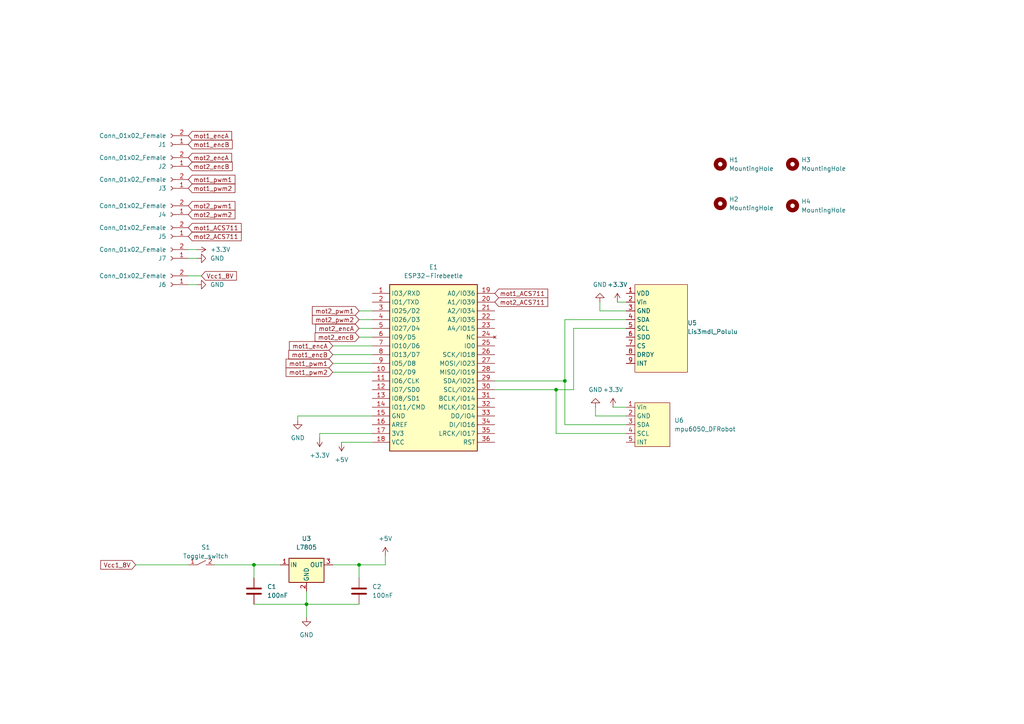
<source format=kicad_sch>
(kicad_sch (version 20231120) (generator "eeschema") (generator_version "8.0")
  (paper "A4")
  (title_block (title "Projekt obwodu drukowanego nr1") (rev "Wojciech Babicki"))
  (lib_symbols
    (symbol "Connector:Conn_01x02_Female" (pin_names (offset 1.016) hide)
      (property "Reference" "J" (at 0 2.54 0))
      (property "Value" "Conn_01x02_Female" (at 0 -5.08 0))
      (symbol "Conn_01x02_Female_1_1"
        (arc (start 0 -2.032) (mid -0.5058 -2.54) (end 0 -3.048) (stroke (width 0.1524)))
        (polyline (pts (xy -1.27 -2.54) (xy -0.508 -2.54)) (stroke (width 0.1524)))
        (polyline (pts (xy -1.27 0) (xy -0.508 0)) (stroke (width 0.1524)))
        (arc (start 0 0.508) (mid -0.5058 0) (end 0 -0.508) (stroke (width 0.1524)))
        (pin passive line (at -5.08 0 0) (length 3.81) (name "Pin_1") (number "1"))
        (pin passive line (at -5.08 -2.54 0) (length 3.81) (name "Pin_2") (number "2"))
      )
    )
    (symbol "Device:C" (pin_numbers hide) (pin_names (offset 0.254))
      (property "Reference" "C" (at 0.635 2.54 0))
      (property "Value" "C" (at 0.635 -2.54 0))
      (symbol "C_0_1"
        (polyline (pts (xy -2.032 -0.762) (xy 2.032 -0.762)) (stroke (width 0.508)))
        (polyline (pts (xy -2.032 0.762) (xy 2.032 0.762)) (stroke (width 0.508)))
      )
      (symbol "C_1_1"
        (pin passive line (at 0 3.81 270) (length 2.794) (name "~") (number "1"))
        (pin passive line (at 0 -3.81 90) (length 2.794) (name "~") (number "2"))
      )
    )
    (symbol "Mechanical:MountingHole" (pin_names (offset 1.016))
      (property "Reference" "H" (at 0 5.08 0))
      (property "Value" "MountingHole" (at 0 3.175 0))
      (symbol "MountingHole_0_1"
        (circle (center 0 0) (radius 1.27) (stroke (width 1.27)))
      )
    )
    (symbol "Regulator_Linear:L7805" (pin_names (offset 0.254))
      (property "Reference" "U" (at -3.81 3.175 0))
      (property "Value" "L7805" (at 0 3.175 0))
      (symbol "L7805_0_1"
        (rectangle (start -5.08 1.905) (end 5.08 -5.08) (stroke (width 0.254)) (fill (type background)))
      )
      (symbol "L7805_1_1"
        (pin power_in line (at -7.62 0 0) (length 2.54) (name "IN") (number "1"))
        (pin power_in line (at 0 -7.62 90) (length 2.54) (name "GND") (number "2"))
        (pin power_out line (at 7.62 0 180) (length 2.54) (name "OUT") (number "3"))
      )
    )
    (symbol "mojaBiblioteka1:ESP32-Firebeetle"
      (property "Reference" "E?" (at 0 0 0))
      (property "Value" "ESP32-Firebeetle" (at 0 -2.54 0))
      (symbol "ESP32-Firebeetle_0_0"
        (pin passive line (at -17.78 -7.62 0) (length 5.08) (name "IO3/RXD") (number "1"))
        (pin passive line (at -17.78 -30.48 0) (length 5.08) (name "IO2/D9") (number "10"))
        (pin passive line (at -17.78 -33.02 0) (length 5.08) (name "IO6/CLK") (number "11"))
        (pin passive line (at -17.78 -35.56 0) (length 5.08) (name "IO7/SD0") (number "12"))
        (pin passive line (at -17.78 -38.1 0) (length 5.08) (name "IO8/SD1") (number "13"))
        (pin passive line (at -17.78 -40.64 0) (length 5.08) (name "IO11/CMD") (number "14"))
        (pin passive line (at -17.78 -43.18 0) (length 5.08) (name "GND") (number "15"))
        (pin passive line (at -17.78 -45.72 0) (length 5.08) (name "AREF") (number "16"))
        (pin passive line (at -17.78 -48.26 0) (length 5.08) (name "3V3") (number "17"))
        (pin passive line (at -17.78 -50.8 0) (length 5.08) (name "VCC") (number "18"))
        (pin passive line (at 17.78 -7.62 180) (length 5.08) (name "A0/IO36") (number "19"))
        (pin passive line (at -17.78 -10.16 0) (length 5.08) (name "IO1/TXD") (number "2"))
        (pin passive line (at 17.78 -10.16 180) (length 5.08) (name "A1/IO39") (number "20"))
        (pin passive line (at 17.78 -12.7 180) (length 5.08) (name "A2/IO34") (number "21"))
        (pin passive line (at 17.78 -15.24 180) (length 5.08) (name "A3/IO35") (number "22"))
        (pin passive line (at 17.78 -17.78 180) (length 5.08) (name "A4/IO15") (number "23"))
        (pin no_connect line (at 17.78 -20.32 180) (length 5.08) (name "NC") (number "24"))
        (pin passive line (at 17.78 -22.86 180) (length 5.08) (name "IO0") (number "25"))
        (pin passive line (at 17.78 -25.4 180) (length 5.08) (name "SCK/IO18") (number "26"))
        (pin passive line (at 17.78 -27.94 180) (length 5.08) (name "MOSI/IO23") (number "27"))
        (pin passive line (at 17.78 -30.48 180) (length 5.08) (name "MISO/IO19") (number "28"))
        (pin passive line (at 17.78 -33.02 180) (length 5.08) (name "SDA/IO21") (number "29"))
        (pin passive line (at -17.78 -12.7 0) (length 5.08) (name "IO25/D2") (number "3"))
        (pin passive line (at 17.78 -35.56 180) (length 5.08) (name "SCL/IO22") (number "30"))
        (pin passive line (at 17.78 -38.1 180) (length 5.08) (name "BCLK/IO14") (number "31"))
        (pin passive line (at 17.78 -40.64 180) (length 5.08) (name "MCLK/IO12") (number "32"))
        (pin passive line (at 17.78 -43.18 180) (length 5.08) (name "DO/IO4") (number "33"))
        (pin passive line (at 17.78 -45.72 180) (length 5.08) (name "DI/IO16") (number "34"))
        (pin passive line (at 17.78 -48.26 180) (length 5.08) (name "LRCK/IO17") (number "35"))
        (pin passive line (at 17.78 -50.8 180) (length 5.08) (name "RST") (number "36"))
        (pin passive line (at -17.78 -15.24 0) (length 5.08) (name "IO26/D3") (number "4"))
        (pin passive line (at -17.78 -17.78 0) (length 5.08) (name "IO27/D4") (number "5"))
        (pin passive line (at -17.78 -20.32 0) (length 5.08) (name "IO9/D5") (number "6"))
        (pin passive line (at -17.78 -22.86 0) (length 5.08) (name "IO10/D6") (number "7"))
        (pin passive line (at -17.78 -25.4 0) (length 5.08) (name "IO13/D7") (number "8"))
        (pin passive line (at -17.78 -27.94 0) (length 5.08) (name "IO5/D8") (number "9"))
      )
      (symbol "ESP32-Firebeetle_0_1"
        (rectangle (start -12.7 -5.08) (end 12.7 -53.34) (stroke (width 0.254)) (fill (type background)))
      )
    )
    (symbol "mojaBiblioteka1:Lis3mdl_Polulu"
      (property "Reference" "U6" (at 7.62 -13.6524 0))
      (property "Value" "Lis3mdl_Polulu" (at 7.62 -16.1924 0))
      (symbol "Lis3mdl_Polulu_0_1"
        (rectangle (start -7.62 -2.54) (end 7.62 -27.94) (fill (type background)))
      )
      (symbol "Lis3mdl_Polulu_1_1"
        (pin input line (at -10.16 -5.08 0) (length 2.54) (name "VDD") (number "1"))
        (pin input line (at -10.16 -7.62 0) (length 2.54) (name "Vin") (number "2"))
        (pin input line (at -10.16 -10.16 0) (length 2.54) (name "GND") (number "3"))
        (pin input line (at -10.16 -12.7 0) (length 2.54) (name "SDA") (number "4"))
        (pin input line (at -10.16 -15.24 0) (length 2.54) (name "SCL") (number "5"))
        (pin input line (at -10.16 -17.78 0) (length 2.54) (name "SDO") (number "6"))
        (pin input line (at -10.16 -20.32 0) (length 2.54) (name "CS") (number "7"))
        (pin input line (at -10.16 -22.86 0) (length 2.54) (name "DRDY") (number "8"))
        (pin input line (at -10.16 -25.4 0) (length 2.54) (name "INT") (number "9"))
      )
    )
    (symbol "mojaBiblioteka1:Toggle_switch"
      (property "Reference" "S1" (at 0 -2.54 0))
      (property "Value" "Toggle_switch" (at 0 -5.08 0))
      (symbol "Toggle_switch_0_1"
        (polyline (pts (xy -2.54 -7.62) (xy 0 -6.35)))
      )
      (symbol "Toggle_switch_1_1"
        (pin input line (at -5.08 -7.62 0) (length 2.54) (name "") (number "1"))
        (pin output line (at 2.54 -7.62 180) (length 2.54) (name "") (number "2"))
      )
    )
    (symbol "mojaBiblioteka1:mpu6050_DFRobot"
      (property "Reference" "U5" (at 5.715 -6.3499 0))
      (property "Value" "mpu6050_DFRobot" (at 5.715 -8.8899 0))
      (symbol "mpu6050_DFRobot_0_1"
        (rectangle (start -5.08 -1.27) (end 5.08 -13.97) (fill (type background)))
      )
      (symbol "mpu6050_DFRobot_1_1"
        (pin input line (at -7.62 -2.54 0) (length 2.54) (name "Vin") (number "1"))
        (pin input line (at -7.62 -5.08 0) (length 2.54) (name "GND") (number "2"))
        (pin bidirectional line (at -7.62 -7.62 0) (length 2.54) (name "SDA") (number "3"))
        (pin bidirectional line (at -7.62 -10.16 0) (length 2.54) (name "SCL") (number "4"))
        (pin output line (at -7.62 -12.7 0) (length 2.54) (name "INT") (number "5"))
      )
    )
    (symbol "power:+3.3V" (power) (pin_names (offset 0))
      (property "Value" "+3.3V" (at 0 3.556 0))
      (symbol "+3.3V_0_1"
        (polyline (pts (xy -0.762 1.27) (xy 0 2.54)))
        (polyline (pts (xy 0 0) (xy 0 2.54)))
        (polyline (pts (xy 0 2.54) (xy 0.762 1.27)))
      )
      (symbol "+3.3V_1_1"
        (pin power_in line (at 0 0 90) (length 0) hide (name "+3.3V") (number "1"))
      )
    )
    (symbol "power:+5V" (power) (pin_names (offset 0))
      (property "Value" "+5V" (at 0 3.556 0))
      (symbol "+5V_0_1"
        (polyline (pts (xy -0.762 1.27) (xy 0 2.54)))
        (polyline (pts (xy 0 0) (xy 0 2.54)))
        (polyline (pts (xy 0 2.54) (xy 0.762 1.27)))
      )
      (symbol "+5V_1_1"
        (pin power_in line (at 0 0 90) (length 0) hide (name "+5V") (number "1"))
      )
    )
    (symbol "power:GND" (power) (pin_names (offset 0))
      (property "Value" "GND" (at 0 -3.81 0))
      (symbol "GND_0_1"
        (polyline (pts (xy 0 0) (xy 0 -1.27) (xy 1.27 -1.27) (xy 0 -2.54) (xy -1.27 -1.27) (xy 0 -1.27)))
      )
      (symbol "GND_1_1"
        (pin power_in line (at 0 0 270) (length 0) hide (name "GND") (number "1"))
      )
    )
  )
  (junction (at 104.14 163.83))
  (junction (at 163.83 110.49))
  (junction (at 73.66 163.83))
  (junction (at 88.9 175.26))
  (junction (at 161.29 113.03))
  (wire (pts (xy 104.14 97.79) (xy 107.95 97.79)))
  (wire (pts (xy 86.36 120.65) (xy 86.36 121.92)))
  (wire (pts (xy 39.37 163.83) (xy 54.61 163.83)))
  (wire (pts (xy 96.52 100.33) (xy 107.95 100.33)))
  (wire (pts (xy 181.61 123.19) (xy 163.83 123.19)))
  (wire (pts (xy 99.06 128.27) (xy 107.95 128.27)))
  (wire (pts (xy 163.83 123.19) (xy 163.83 110.49)))
  (wire (pts (xy 92.71 125.73) (xy 92.71 127)))
  (wire (pts (xy 161.29 125.73) (xy 161.29 113.03)))
  (wire (pts (xy 73.66 163.83) (xy 73.66 167.64)))
  (wire (pts (xy 172.72 118.11) (xy 172.72 120.65)))
  (wire (pts (xy 96.52 107.95) (xy 107.95 107.95)))
  (wire (pts (xy 177.8 118.11) (xy 181.61 118.11)))
  (wire (pts (xy 88.9 171.45) (xy 88.9 175.26)))
  (wire (pts (xy 173.99 87.63) (xy 173.99 90.17)))
  (wire (pts (xy 104.14 92.71) (xy 107.95 92.71)))
  (wire (pts (xy 111.76 163.83) (xy 111.76 161.29)))
  (wire (pts (xy 73.66 175.26) (xy 88.9 175.26)))
  (wire (pts (xy 54.61 80.01) (xy 58.42 80.01)))
  (wire (pts (xy 88.9 175.26) (xy 88.9 179.07)))
  (wire (pts (xy 104.14 167.64) (xy 104.14 163.83)))
  (wire (pts (xy 173.99 90.17) (xy 181.61 90.17)))
  (wire (pts (xy 143.51 110.49) (xy 163.83 110.49)))
  (wire (pts (xy 73.66 163.83) (xy 81.28 163.83)))
  (wire (pts (xy 161.29 113.03) (xy 143.51 113.03)))
  (wire (pts (xy 104.14 95.25) (xy 107.95 95.25)))
  (wire (pts (xy 62.23 163.83) (xy 73.66 163.83)))
  (wire (pts (xy 179.07 87.63) (xy 181.61 87.63)))
  (wire (pts (xy 54.61 82.55) (xy 57.15 82.55)))
  (wire (pts (xy 104.14 163.83) (xy 96.52 163.83)))
  (wire (pts (xy 104.14 163.83) (xy 111.76 163.83)))
  (wire (pts (xy 163.83 110.49) (xy 163.83 92.71)))
  (wire (pts (xy 104.14 90.17) (xy 107.95 90.17)))
  (wire (pts (xy 96.52 105.41) (xy 107.95 105.41)))
  (wire (pts (xy 163.83 92.71) (xy 181.61 92.71)))
  (wire (pts (xy 54.61 72.39) (xy 57.15 72.39)))
  (wire (pts (xy 54.61 74.93) (xy 57.15 74.93)))
  (wire (pts (xy 88.9 175.26) (xy 104.14 175.26)))
  (wire (pts (xy 166.37 113.03) (xy 161.29 113.03)))
  (wire (pts (xy 166.37 95.25) (xy 166.37 113.03)))
  (wire (pts (xy 86.36 120.65) (xy 107.95 120.65)))
  (wire (pts (xy 181.61 125.73) (xy 161.29 125.73)))
  (wire (pts (xy 92.71 125.73) (xy 107.95 125.73)))
  (wire (pts (xy 172.72 120.65) (xy 181.61 120.65)))
  (wire (pts (xy 96.52 102.87) (xy 107.95 102.87)))
  (wire (pts (xy 166.37 95.25) (xy 181.61 95.25)))
  (global_label "mot2_ACS711" (shape input) (at 143.51 87.63 0) (property "Intersheetrefs" "${INTERSHEET_REFS}" (effects (hide yes))))
  (global_label "mot1_encB" (shape input) (at 54.61 41.91 0) (property "Intersheetrefs" "${INTERSHEET_REFS}" (effects (hide yes))))
  (global_label "mot2_pwm1" (shape input) (at 104.14 90.17 180) (property "Intersheetrefs" "${INTERSHEET_REFS}" (effects (hide yes))))
  (global_label "mot1_pwm1" (shape input) (at 54.61 52.07 0) (property "Intersheetrefs" "${INTERSHEET_REFS}" (effects (hide yes))))
  (global_label "mot1_ACS711" (shape input) (at 54.61 66.04 0) (property "Intersheetrefs" "${INTERSHEET_REFS}" (effects (hide yes))))
  (global_label "Vcc1_8V" (shape input) (at 39.37 163.83 180) (property "Intersheetrefs" "${INTERSHEET_REFS}" (effects (hide yes))))
  (global_label "mot1_encA" (shape input) (at 54.61 39.37 0) (property "Intersheetrefs" "${INTERSHEET_REFS}" (effects (hide yes))))
  (global_label "mot2_encB" (shape input) (at 104.14 97.79 180) (property "Intersheetrefs" "${INTERSHEET_REFS}" (effects (hide yes))))
  (global_label "mot2_encB" (shape input) (at 54.61 48.26 0) (property "Intersheetrefs" "${INTERSHEET_REFS}" (effects (hide yes))))
  (global_label "mot1_encB" (shape input) (at 96.52 102.87 180) (property "Intersheetrefs" "${INTERSHEET_REFS}" (effects (hide yes))))
  (global_label "mot2_pwm2" (shape input) (at 54.61 62.23 0) (property "Intersheetrefs" "${INTERSHEET_REFS}" (effects (hide yes))))
  (global_label "Vcc1_8V" (shape input) (at 58.42 80.01 0) (property "Intersheetrefs" "${INTERSHEET_REFS}" (effects (hide yes))))
  (global_label "mot1_encA" (shape input) (at 96.52 100.33 180) (property "Intersheetrefs" "${INTERSHEET_REFS}" (effects (hide yes))))
  (global_label "mot1_pwm2" (shape input) (at 54.61 54.61 0) (property "Intersheetrefs" "${INTERSHEET_REFS}" (effects (hide yes))))
  (global_label "mot2_ACS711" (shape input) (at 54.61 68.58 0) (property "Intersheetrefs" "${INTERSHEET_REFS}" (effects (hide yes))))
  (global_label "mot1_pwm2" (shape input) (at 96.52 107.95 180) (property "Intersheetrefs" "${INTERSHEET_REFS}" (effects (hide yes))))
  (global_label "mot1_pwm1" (shape input) (at 96.52 105.41 180) (property "Intersheetrefs" "${INTERSHEET_REFS}" (effects (hide yes))))
  (global_label "mot2_pwm1" (shape input) (at 54.61 59.69 0) (property "Intersheetrefs" "${INTERSHEET_REFS}" (effects (hide yes))))
  (global_label "mot1_ACS711" (shape input) (at 143.51 85.09 0) (property "Intersheetrefs" "${INTERSHEET_REFS}" (effects (hide yes))))
  (global_label "mot2_encA" (shape input) (at 54.61 45.72 0) (property "Intersheetrefs" "${INTERSHEET_REFS}" (effects (hide yes))))
  (global_label "mot2_pwm2" (shape input) (at 104.14 92.71 180) (property "Intersheetrefs" "${INTERSHEET_REFS}" (effects (hide yes))))
  (global_label "mot2_encA" (shape input) (at 104.14 95.25 180) (property "Intersheetrefs" "${INTERSHEET_REFS}" (effects (hide yes))))
  (symbol (lib_id "Connector:Conn_01x02_Female") (at 49.53 48.26 180) (unit 1)
    (property "Reference" "J2" (at 48.26 48.2601 0) (effects (justify left)))
    (property "Value" "Conn_01x02_Female" (at 48.26 45.7201 0) (effects (justify left)))
    (property "Footprint" "MojaBibliotekaFootPrint1:zlacze ARK_2" (effects (hide yes)))
  )
  (symbol (lib_id "power:+5V") (at 99.06 128.27 180) (unit 1)
    (property "Reference" "#PWR02" (effects (hide yes)))
    (property "Value" "+5V" (at 99.06 133.35 0))
  )
  (symbol (lib_id "mojaBiblioteka1:ESP32-Firebeetle") (at 125.73 77.47 0) (unit 1)
    (property "Reference" "E1" (at 125.73 77.47 0))
    (property "Value" "ESP32-Firebeetle" (at 125.73 80.01 0))
    (property "Footprint" "MojaBibliotekaFootPrint1:FIREBEETLE_ESP32" (effects (hide yes)))
  )
  (symbol (lib_id "power:GND") (at 57.15 74.93 90) (unit 1)
    (property "Reference" "#PWR08" (effects (hide yes)))
    (property "Value" "GND" (at 60.96 74.9299 90) (effects (justify right)))
  )
  (symbol (lib_id "Connector:Conn_01x02_Female") (at 49.53 74.93 180) (unit 1)
    (property "Reference" "J7" (at 48.26 74.9301 0) (effects (justify left)))
    (property "Value" "Conn_01x02_Female" (at 48.26 72.3901 0) (effects (justify left)))
    (property "Footprint" "MojaBibliotekaFootPrint1:zlacze ARK_2" (effects (hide yes)))
  )
  (symbol (lib_id "power:+3.3V") (at 92.71 127 180) (unit 1)
    (property "Reference" "#PWR04" (effects (hide yes)))
    (property "Value" "+3.3V" (at 92.71 132.08 0))
  )
  (symbol (lib_id "power:GND") (at 173.99 87.63 180) (unit 1)
    (property "Reference" "#PWR012" (effects (hide yes)))
    (property "Value" "GND" (at 173.99 82.55 0))
  )
  (symbol (lib_id "Regulator_Linear:L7805") (at 88.9 163.83 0) (unit 1)
    (property "Reference" "U3" (at 88.9 156.21 0))
    (property "Value" "L7805" (at 88.9 158.75 0))
    (property "Footprint" "MojaBibliotekaFootPrint1:LM78xx" (effects (hide yes)))
    (property "Datasheet" "http://www.st.com/content/ccc/resource/technical/document/datasheet/41/4f/b3/b0/12/d4/47/88/CD00000444.pdf/files/CD00000444.pdf/jcr:content/translations/en.CD00000444.pdf" (effects (hide yes)))
  )
  (symbol (lib_id "power:+3.3V") (at 177.8 118.11 0) (unit 1)
    (property "Reference" "#PWR010" (effects (hide yes)))
    (property "Value" "+3.3V" (at 177.8 113.03 0))
  )
  (symbol (lib_id "power:+5V") (at 111.76 161.29 0) (unit 1)
    (property "Reference" "#PWR06" (effects (hide yes)))
    (property "Value" "+5V" (at 111.76 156.21 0))
  )
  (symbol (lib_id "mojaBiblioteka1:Lis3mdl_Polulu") (at 191.77 80.01 0) (unit 1)
    (property "Reference" "U5" (at 199.39 93.6624 0) (effects (justify left)))
    (property "Value" "Lis3mdl_Polulu" (at 199.39 96.2024 0) (effects (justify left)))
    (property "Footprint" "MojaBibliotekaFootPrint1:lis3mdl_Pololu" (effects (hide yes)))
  )
  (symbol (lib_id "Connector:Conn_01x02_Female") (at 49.53 82.55 180) (unit 1)
    (property "Reference" "J6" (at 48.26 82.5501 0) (effects (justify left)))
    (property "Value" "Conn_01x02_Female" (at 48.26 80.0101 0) (effects (justify left)))
    (property "Footprint" "MojaBibliotekaFootPrint1:zlacze ARK_2" (effects (hide yes)))
  )
  (symbol (lib_id "power:GND") (at 57.15 82.55 90) (unit 1)
    (property "Reference" "#PWR03" (effects (hide yes)))
    (property "Value" "GND" (at 60.96 82.5499 90) (effects (justify right)))
  )
  (symbol (lib_id "Connector:Conn_01x02_Female") (at 49.53 41.91 180) (unit 1)
    (property "Reference" "J1" (at 48.26 41.9101 0) (effects (justify left)))
    (property "Value" "Conn_01x02_Female" (at 48.26 39.3701 0) (effects (justify left)))
    (property "Footprint" "MojaBibliotekaFootPrint1:zlacze ARK_2" (effects (hide yes)))
  )
  (symbol (lib_id "Mechanical:MountingHole") (at 208.915 59.055 0) (unit 1)
    (property "Reference" "H2" (at 211.455 57.7849 0) (effects (justify left)))
    (property "Value" "MountingHole" (at 211.455 60.3249 0) (effects (justify left)))
    (property "Footprint" "MountingHole:MountingHole_3.2mm_M3_DIN965_Pad" (effects (hide yes)))
  )
  (symbol (lib_id "Connector:Conn_01x02_Female") (at 49.53 54.61 180) (unit 1)
    (property "Reference" "J3" (at 48.26 54.6101 0) (effects (justify left)))
    (property "Value" "Conn_01x02_Female" (at 48.26 52.0701 0) (effects (justify left)))
    (property "Footprint" "MojaBibliotekaFootPrint1:zlacze ARK_2" (effects (hide yes)))
  )
  (symbol (lib_id "Device:C") (at 104.14 171.45 0) (unit 1)
    (property "Reference" "C2" (at 107.95 170.1799 0) (effects (justify left)))
    (property "Value" "100nF" (at 107.95 172.7199 0) (effects (justify left)))
    (property "Footprint" "Capacitor_THT:C_Disc_D5.0mm_W2.5mm_P2.50mm" (effects (hide yes)))
  )
  (symbol (lib_id "Mechanical:MountingHole") (at 229.87 59.69 0) (unit 1)
    (property "Reference" "H4" (at 232.41 58.4199 0) (effects (justify left)))
    (property "Value" "MountingHole" (at 232.41 60.9599 0) (effects (justify left)))
    (property "Footprint" "MountingHole:MountingHole_3.2mm_M3_DIN965_Pad" (effects (hide yes)))
  )
  (symbol (lib_id "power:GND") (at 86.36 121.92 0) (unit 1)
    (property "Reference" "#PWR01" (effects (hide yes)))
    (property "Value" "GND" (at 86.36 127 0))
  )
  (symbol (lib_id "Connector:Conn_01x02_Female") (at 49.53 68.58 180) (unit 1)
    (property "Reference" "J5" (at 48.26 68.5801 0) (effects (justify left)))
    (property "Value" "Conn_01x02_Female" (at 48.26 66.0401 0) (effects (justify left)))
    (property "Footprint" "MojaBibliotekaFootPrint1:zlacze ARK_2" (effects (hide yes)))
  )
  (symbol (lib_id "Mechanical:MountingHole") (at 229.87 47.625 0) (unit 1)
    (property "Reference" "H3" (at 232.41 46.3549 0) (effects (justify left)))
    (property "Value" "MountingHole" (at 232.41 48.8949 0) (effects (justify left)))
    (property "Footprint" "MountingHole:MountingHole_3.2mm_M3_DIN965_Pad" (effects (hide yes)))
  )
  (symbol (lib_id "Connector:Conn_01x02_Female") (at 49.53 62.23 180) (unit 1)
    (property "Reference" "J4" (at 48.26 62.2301 0) (effects (justify left)))
    (property "Value" "Conn_01x02_Female" (at 48.26 59.6901 0) (effects (justify left)))
    (property "Footprint" "MojaBibliotekaFootPrint1:zlacze ARK_2" (effects (hide yes)))
  )
  (symbol (lib_id "mojaBiblioteka1:mpu6050_DFRobot") (at 189.23 115.57 0) (unit 1)
    (property "Reference" "U6" (at 195.58 121.9199 0) (effects (justify left)))
    (property "Value" "mpu6050_DFRobot" (at 195.58 124.4599 0) (effects (justify left)))
    (property "Footprint" "MojaBibliotekaFootPrint1:mpu6050_DFRobot" (effects (hide yes)))
  )
  (symbol (lib_id "power:+3.3V") (at 57.15 72.39 270) (mirror x) (unit 1)
    (property "Reference" "#PWR07" (effects (hide yes)))
    (property "Value" "+3.3V" (at 60.96 72.3899 90) (effects (justify left)))
  )
  (symbol (lib_id "power:GND") (at 88.9 179.07 0) (unit 1)
    (property "Reference" "#PWR05" (effects (hide yes)))
    (property "Value" "GND" (at 88.9 184.15 0))
  )
  (symbol (lib_id "Device:C") (at 73.66 171.45 0) (unit 1)
    (property "Reference" "C1" (at 77.47 170.1799 0) (effects (justify left)))
    (property "Value" "100nF" (at 77.47 172.7199 0) (effects (justify left)))
    (property "Footprint" "Capacitor_THT:C_Disc_D5.0mm_W2.5mm_P2.50mm" (effects (hide yes)))
  )
  (symbol (lib_id "Mechanical:MountingHole") (at 208.915 47.625 0) (unit 1)
    (property "Reference" "H1" (at 211.455 46.3549 0) (effects (justify left)))
    (property "Value" "MountingHole" (at 211.455 48.8949 0) (effects (justify left)))
    (property "Footprint" "MountingHole:MountingHole_3.2mm_M3_DIN965_Pad" (effects (hide yes)))
  )
  (symbol (lib_id "mojaBiblioteka1:Toggle_switch") (at 59.69 156.21 0) (unit 1)
    (property "Reference" "S1" (at 59.69 158.75 0))
    (property "Value" "Toggle_switch" (at 59.69 161.29 0))
    (property "Footprint" "MojaBibliotekaFootPrint1:mini_black_switch" (effects (hide yes)))
  )
  (symbol (lib_id "power:GND") (at 172.72 118.11 180) (unit 1)
    (property "Reference" "#PWR09" (effects (hide yes)))
    (property "Value" "GND" (at 172.72 113.03 0))
  )
  (symbol (lib_id "power:+3.3V") (at 179.07 87.63 0) (unit 1)
    (property "Reference" "#PWR011" (effects (hide yes)))
    (property "Value" "+3.3V" (at 179.07 82.55 0))
  )
)
</source>
